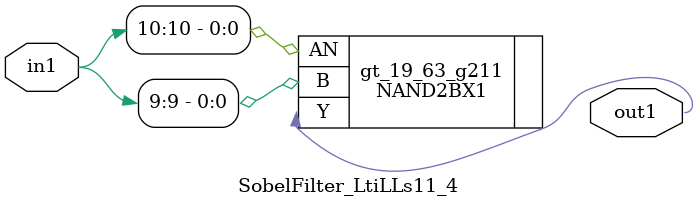
<source format=v>
`timescale 1ps / 1ps


module SobelFilter_LtiLLs11_4(in1, out1);
  input [10:0] in1;
  output out1;
  wire [10:0] in1;
  wire out1;
  NAND2BX1 gt_19_63_g211(.AN (in1[10]), .B (in1[9]), .Y (out1));
endmodule


</source>
